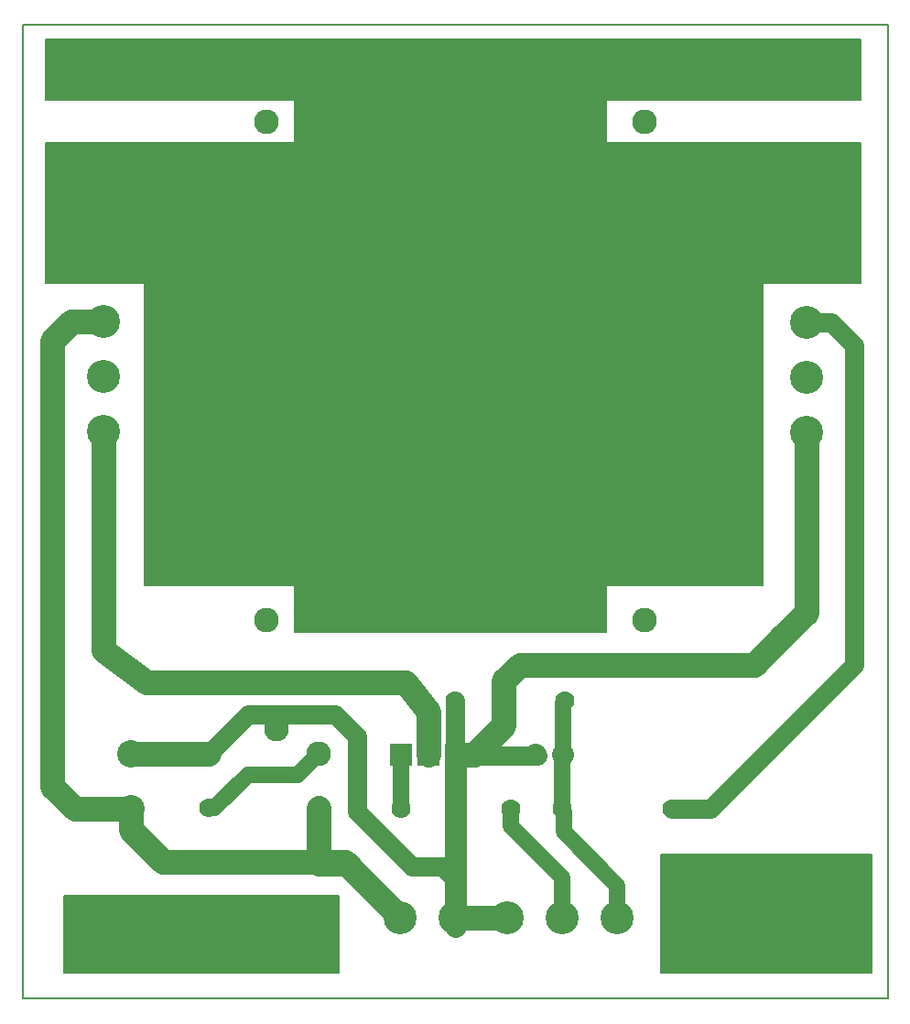
<source format=gbr>
G04 PROTEUS GERBER X2 FILE*
%TF.GenerationSoftware,Labcenter,Proteus,8.5-SP0-Build22067*%
%TF.CreationDate,2022-04-24T18:59:02+00:00*%
%TF.FileFunction,Copper,L16,Bot*%
%TF.FilePolarity,Positive*%
%TF.Part,Single*%
%FSLAX45Y45*%
%MOMM*%
G01*
%TA.AperFunction,Conductor*%
%ADD10C,1.524000*%
%ADD11C,2.286000*%
%ADD12C,1.778000*%
%ADD13C,0.635000*%
%ADD14C,2.032000*%
%TA.AperFunction,ComponentPad*%
%ADD15C,3.048000*%
%ADD16R,2.032000X2.032000*%
%ADD17C,1.778000*%
%ADD18C,2.286000*%
%ADD19C,2.540000*%
%ADD70C,2.032000*%
%TA.AperFunction,Profile*%
%ADD71C,0.203200*%
%TA.AperFunction,NonConductor*%
%ADD20C,0.203200*%
G36*
X+1143000Y+3822700D02*
X+1143000Y+7175500D01*
X+6858000Y+7175500D01*
X+6858000Y+3822700D01*
X+1143000Y+3822700D01*
G37*
G36*
X+228600Y+6616700D02*
X+228600Y+7912100D01*
X+7759700Y+7912100D01*
X+7759700Y+6616700D01*
X+228600Y+6616700D01*
G37*
G36*
X+228600Y+8305800D02*
X+228600Y+8864600D01*
X+7759700Y+8864600D01*
X+7759700Y+8305800D01*
X+228600Y+8305800D01*
G37*
G36*
X+5918200Y+241300D02*
X+5918200Y+1333500D01*
X+7861300Y+1333500D01*
X+7861300Y+241300D01*
X+5918200Y+241300D01*
G37*
G36*
X+393700Y+241300D02*
X+393700Y+952500D01*
X+2933700Y+952500D01*
X+2933700Y+241300D01*
X+393700Y+241300D01*
G37*
G36*
X+2527300Y+3390900D02*
X+2527300Y+8572500D01*
X+5410200Y+8572500D01*
X+5410200Y+3390900D01*
X+2527300Y+3390900D01*
G37*
D10*
X+5004700Y+750000D02*
X+5004700Y+1116264D01*
X+4945105Y+1175859D01*
X+4528700Y+1592264D01*
X+4528700Y+1750000D01*
X+5512700Y+750000D02*
X+5512700Y+1044611D01*
X+5014001Y+1543310D01*
X+5014001Y+1732699D01*
X+4996700Y+1750000D01*
X+4996700Y+2234000D01*
X+5012700Y+2250000D01*
X+3508700Y+2250000D02*
X+3508700Y+1754000D01*
X+3512700Y+1750000D01*
X+2746000Y+2262700D02*
X+2553590Y+2070290D01*
X+2092255Y+2070290D01*
X+1784665Y+1762700D01*
X+1730000Y+1762700D01*
X+5012700Y+2250000D02*
X+5012700Y+2734000D01*
X+5028700Y+2750000D01*
D11*
X+3012700Y+1242000D02*
X+3504700Y+750000D01*
D12*
X+6012700Y+1750000D02*
X+6368819Y+1750000D01*
X+7700535Y+3081716D01*
X+7700535Y+6040418D01*
X+7490953Y+6250000D01*
X+7262700Y+6250000D01*
D11*
X+762700Y+6258000D02*
X+458527Y+6258000D01*
X+284723Y+6084196D01*
X+284723Y+1960404D01*
X+495127Y+1750000D01*
X+1012700Y+1750000D01*
X+2746000Y+1762700D02*
X+2746000Y+1263568D01*
X+2746000Y+1242000D01*
X+3012700Y+1242000D01*
X+1012700Y+1750000D02*
X+1012700Y+1556283D01*
X+1305415Y+1263568D01*
X+2746000Y+1263568D01*
X+2991132Y+1263568D01*
X+3012700Y+1242000D01*
X+3762700Y+2250000D02*
X+3762700Y+2650518D01*
X+3556000Y+2921000D01*
X+1155700Y+2921000D01*
X+762700Y+3217137D01*
X+762700Y+5242000D01*
X+1012700Y+2258000D02*
X+1725300Y+2258000D01*
X+1730000Y+2262700D01*
D12*
X+2092951Y+2625651D01*
X+2903180Y+2625651D01*
X+3102541Y+2426290D01*
X+3102541Y+1728395D01*
X+3609739Y+1221197D01*
X+3892577Y+1221197D01*
X+4009040Y+1104734D01*
X+4009040Y+753660D01*
X+4012700Y+750000D01*
D11*
X+4496700Y+750000D02*
X+4165100Y+750000D01*
X+4016700Y+750000D01*
D13*
X+4012700Y+750000D01*
D14*
X+4016700Y+2250000D02*
X+4016700Y+750000D01*
X+4016700Y+667151D01*
X+4022336Y+661515D01*
X+4012700Y+750000D01*
D12*
X+4044616Y+2249015D02*
X+4765296Y+2249015D01*
X+4772650Y+2241661D01*
X+4758700Y+2250000D01*
X+4044616Y+2249015D02*
X+4016700Y+2250000D01*
D13*
X+4043631Y+2250000D01*
D11*
X+4189408Y+2250000D01*
X+4461561Y+2522153D01*
X+4461561Y+2937561D01*
X+4610100Y+3086100D01*
X+6776652Y+3086100D01*
X+7035128Y+3344576D01*
X+7258917Y+3568365D01*
X+7258917Y+5081600D01*
X+7262700Y+5234000D01*
D12*
X+4012700Y+2750000D02*
X+4012700Y+2280931D01*
X+4043631Y+2250000D01*
X+4044616Y+2249015D01*
D15*
X+762700Y+5242000D03*
X+762700Y+5750000D03*
X+762700Y+6258000D03*
X+7262700Y+5234000D03*
X+7262700Y+5742000D03*
X+7262700Y+6250000D03*
X+4012700Y+750000D03*
X+3504700Y+750000D03*
X+4496700Y+750000D03*
X+5004700Y+750000D03*
X+5512700Y+750000D03*
D16*
X+3508700Y+2250000D03*
X+3762700Y+2250000D03*
X+4016700Y+2250000D03*
D17*
X+4528700Y+1750000D03*
X+3512700Y+1750000D03*
X+4996700Y+1750000D03*
X+6012700Y+1750000D03*
X+2746000Y+1762700D03*
X+1730000Y+1762700D03*
D18*
X+2746000Y+2262700D03*
X+1730000Y+2262700D03*
D19*
X+1012700Y+1750000D03*
X+1012700Y+2258000D03*
D70*
X+5012700Y+2250000D03*
X+4758700Y+2250000D03*
D17*
X+5028700Y+2750000D03*
X+4012700Y+2750000D03*
D18*
X+2262700Y+3500000D03*
X+5762700Y+3500000D03*
X+2262700Y+8100000D03*
X+5762700Y+8100000D03*
X+2362200Y+2489200D03*
D71*
X+12700Y+0D02*
X+8012700Y+0D01*
X+8012700Y+9000000D01*
X+12700Y+9000000D01*
X+12700Y+0D01*
D20*
X+1143000Y+3822700D02*
X+6858000Y+3822700D01*
X+6858000Y+7175500D01*
X+1143000Y+7175500D01*
X+1143000Y+3822700D01*
X+228600Y+6616700D02*
X+7759700Y+6616700D01*
X+7759700Y+7912100D01*
X+228600Y+7912100D01*
X+228600Y+6616700D01*
X+228600Y+8305800D02*
X+7759700Y+8305800D01*
X+7759700Y+8864600D01*
X+228600Y+8864600D01*
X+228600Y+8305800D01*
X+5918200Y+241300D02*
X+7861300Y+241300D01*
X+7861300Y+1333500D01*
X+5918200Y+1333500D01*
X+5918200Y+241300D01*
X+393700Y+241300D02*
X+2933700Y+241300D01*
X+2933700Y+952500D01*
X+393700Y+952500D01*
X+393700Y+241300D01*
X+2527300Y+3390900D02*
X+5410200Y+3390900D01*
X+5410200Y+8572500D01*
X+2527300Y+8572500D01*
X+2527300Y+3390900D01*
M02*

</source>
